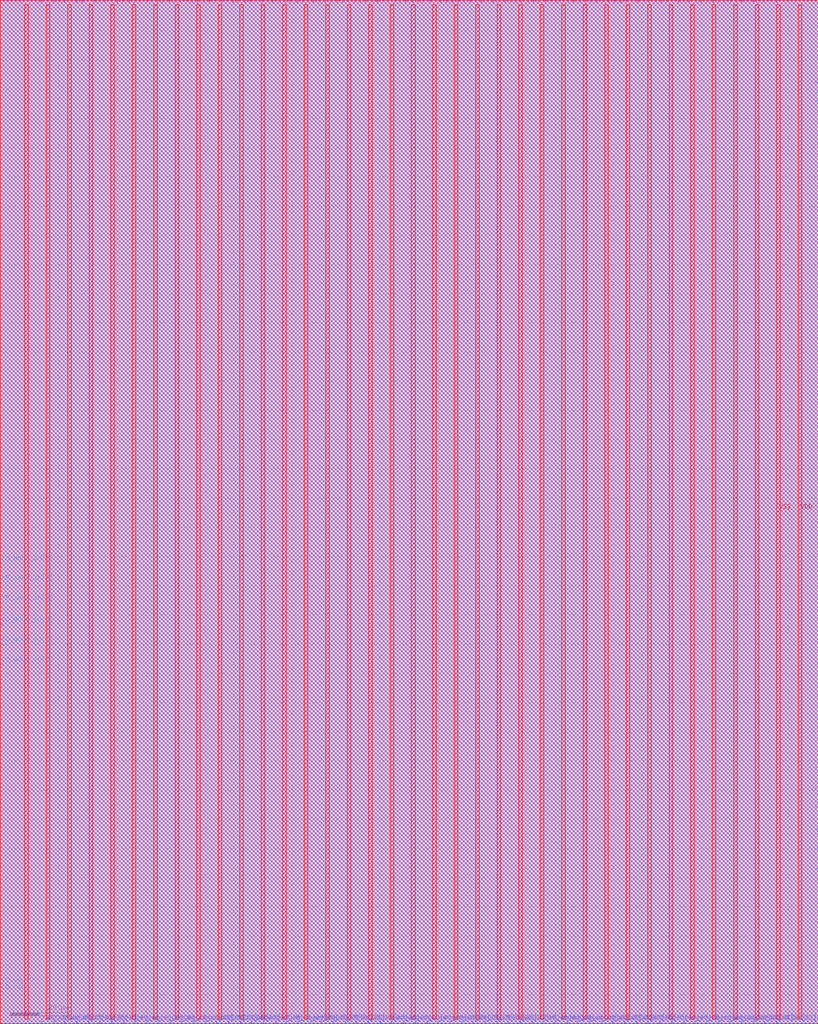
<source format=lef>
# Generated by OpenFakeRAM
VERSION 5.7 ;
BUSBITCHARS "[]" ;
PROPERTYDEFINITIONS
  MACRO width INTEGER ;
  MACRO depth INTEGER ;
  MACRO banks INTEGER ;
END PROPERTYDEFINITIONS
MACRO fakeram_1rw1r_64w64d_sram
  PROPERTY width 64 ;
  PROPERTY depth 64 ;
  PROPERTY banks 1 ;
  FOREIGN fakeram_1rw1r_64w64d_sram 0 0 ;
  SYMMETRY X Y R90 ;
  SIZE 280.140 BY 350.600 ;
  CLASS BLOCK ;
  PIN r0_clk
    DIRECTION INPUT ;
    USE SIGNAL ;
    SHAPE ABUTMENT ;
    PORT
      LAYER met3 ;
      RECT 0.000 10.730 0.800 11.030 ;
    END
  END r0_clk
  PIN r0_ce_in
    DIRECTION INPUT ;
    USE SIGNAL ;
    SHAPE ABUTMENT ;
    PORT
      LAYER met3 ;
      RECT 0.000 13.450 0.800 13.750 ;
    END
  END r0_ce_in
  PIN r0_addr_in[0]
    DIRECTION INPUT ;
    USE SIGNAL ;
    SHAPE ABUTMENT ;
    PORT
      LAYER met3 ;
      RECT 0.000 122.930 0.800 123.230 ;
    END
  END r0_addr_in[0]
  PIN r0_addr_in[1]
    DIRECTION INPUT ;
    USE SIGNAL ;
    SHAPE ABUTMENT ;
    PORT
      LAYER met3 ;
      RECT 0.000 129.730 0.800 130.030 ;
    END
  END r0_addr_in[1]
  PIN r0_addr_in[2]
    DIRECTION INPUT ;
    USE SIGNAL ;
    SHAPE ABUTMENT ;
    PORT
      LAYER met3 ;
      RECT 0.000 136.530 0.800 136.830 ;
    END
  END r0_addr_in[2]
  PIN r0_addr_in[3]
    DIRECTION INPUT ;
    USE SIGNAL ;
    SHAPE ABUTMENT ;
    PORT
      LAYER met3 ;
      RECT 0.000 144.010 0.800 144.310 ;
    END
  END r0_addr_in[3]
  PIN r0_addr_in[4]
    DIRECTION INPUT ;
    USE SIGNAL ;
    SHAPE ABUTMENT ;
    PORT
      LAYER met3 ;
      RECT 0.000 150.810 0.800 151.110 ;
    END
  END r0_addr_in[4]
  PIN r0_addr_in[5]
    DIRECTION INPUT ;
    USE SIGNAL ;
    SHAPE ABUTMENT ;
    PORT
      LAYER met3 ;
      RECT 0.000 157.610 0.800 157.910 ;
    END
  END r0_addr_in[5]
  PIN rw0_rd_out[0]
    DIRECTION OUTPUT ;
    USE SIGNAL ;
    SHAPE ABUTMENT ;
    PORT
      LAYER met2 ;
      RECT 14.110 349.800 14.410 350.600 ;
    END
  END rw0_rd_out[0]
  PIN r0_rd_out[0]
    DIRECTION OUTPUT ;
    USE SIGNAL ;
    SHAPE ABUTMENT ;
    PORT
      LAYER met2 ;
      RECT 15.950 349.800 16.250 350.600 ;
    END
  END r0_rd_out[0]
  PIN rw0_rd_out[1]
    DIRECTION OUTPUT ;
    USE SIGNAL ;
    SHAPE ABUTMENT ;
    PORT
      LAYER met2 ;
      RECT 18.250 349.800 18.550 350.600 ;
    END
  END rw0_rd_out[1]
  PIN r0_rd_out[1]
    DIRECTION OUTPUT ;
    USE SIGNAL ;
    SHAPE ABUTMENT ;
    PORT
      LAYER met2 ;
      RECT 20.090 349.800 20.390 350.600 ;
    END
  END r0_rd_out[1]
  PIN rw0_rd_out[2]
    DIRECTION OUTPUT ;
    USE SIGNAL ;
    SHAPE ABUTMENT ;
    PORT
      LAYER met2 ;
      RECT 21.930 349.800 22.230 350.600 ;
    END
  END rw0_rd_out[2]
  PIN r0_rd_out[2]
    DIRECTION OUTPUT ;
    USE SIGNAL ;
    SHAPE ABUTMENT ;
    PORT
      LAYER met2 ;
      RECT 24.230 349.800 24.530 350.600 ;
    END
  END r0_rd_out[2]
  PIN rw0_rd_out[3]
    DIRECTION OUTPUT ;
    USE SIGNAL ;
    SHAPE ABUTMENT ;
    PORT
      LAYER met2 ;
      RECT 26.070 349.800 26.370 350.600 ;
    END
  END rw0_rd_out[3]
  PIN r0_rd_out[3]
    DIRECTION OUTPUT ;
    USE SIGNAL ;
    SHAPE ABUTMENT ;
    PORT
      LAYER met2 ;
      RECT 27.910 349.800 28.210 350.600 ;
    END
  END r0_rd_out[3]
  PIN rw0_rd_out[4]
    DIRECTION OUTPUT ;
    USE SIGNAL ;
    SHAPE ABUTMENT ;
    PORT
      LAYER met2 ;
      RECT 29.750 349.800 30.050 350.600 ;
    END
  END rw0_rd_out[4]
  PIN r0_rd_out[4]
    DIRECTION OUTPUT ;
    USE SIGNAL ;
    SHAPE ABUTMENT ;
    PORT
      LAYER met2 ;
      RECT 32.050 349.800 32.350 350.600 ;
    END
  END r0_rd_out[4]
  PIN rw0_rd_out[5]
    DIRECTION OUTPUT ;
    USE SIGNAL ;
    SHAPE ABUTMENT ;
    PORT
      LAYER met2 ;
      RECT 33.890 349.800 34.190 350.600 ;
    END
  END rw0_rd_out[5]
  PIN r0_rd_out[5]
    DIRECTION OUTPUT ;
    USE SIGNAL ;
    SHAPE ABUTMENT ;
    PORT
      LAYER met2 ;
      RECT 35.730 349.800 36.030 350.600 ;
    END
  END r0_rd_out[5]
  PIN rw0_rd_out[6]
    DIRECTION OUTPUT ;
    USE SIGNAL ;
    SHAPE ABUTMENT ;
    PORT
      LAYER met2 ;
      RECT 38.030 349.800 38.330 350.600 ;
    END
  END rw0_rd_out[6]
  PIN r0_rd_out[6]
    DIRECTION OUTPUT ;
    USE SIGNAL ;
    SHAPE ABUTMENT ;
    PORT
      LAYER met2 ;
      RECT 39.870 349.800 40.170 350.600 ;
    END
  END r0_rd_out[6]
  PIN rw0_rd_out[7]
    DIRECTION OUTPUT ;
    USE SIGNAL ;
    SHAPE ABUTMENT ;
    PORT
      LAYER met2 ;
      RECT 41.710 349.800 42.010 350.600 ;
    END
  END rw0_rd_out[7]
  PIN r0_rd_out[7]
    DIRECTION OUTPUT ;
    USE SIGNAL ;
    SHAPE ABUTMENT ;
    PORT
      LAYER met2 ;
      RECT 44.010 349.800 44.310 350.600 ;
    END
  END r0_rd_out[7]
  PIN rw0_rd_out[8]
    DIRECTION OUTPUT ;
    USE SIGNAL ;
    SHAPE ABUTMENT ;
    PORT
      LAYER met2 ;
      RECT 45.850 349.800 46.150 350.600 ;
    END
  END rw0_rd_out[8]
  PIN r0_rd_out[8]
    DIRECTION OUTPUT ;
    USE SIGNAL ;
    SHAPE ABUTMENT ;
    PORT
      LAYER met2 ;
      RECT 47.690 349.800 47.990 350.600 ;
    END
  END r0_rd_out[8]
  PIN rw0_rd_out[9]
    DIRECTION OUTPUT ;
    USE SIGNAL ;
    SHAPE ABUTMENT ;
    PORT
      LAYER met2 ;
      RECT 49.990 349.800 50.290 350.600 ;
    END
  END rw0_rd_out[9]
  PIN r0_rd_out[9]
    DIRECTION OUTPUT ;
    USE SIGNAL ;
    SHAPE ABUTMENT ;
    PORT
      LAYER met2 ;
      RECT 51.830 349.800 52.130 350.600 ;
    END
  END r0_rd_out[9]
  PIN rw0_rd_out[10]
    DIRECTION OUTPUT ;
    USE SIGNAL ;
    SHAPE ABUTMENT ;
    PORT
      LAYER met2 ;
      RECT 53.670 349.800 53.970 350.600 ;
    END
  END rw0_rd_out[10]
  PIN r0_rd_out[10]
    DIRECTION OUTPUT ;
    USE SIGNAL ;
    SHAPE ABUTMENT ;
    PORT
      LAYER met2 ;
      RECT 55.510 349.800 55.810 350.600 ;
    END
  END r0_rd_out[10]
  PIN rw0_rd_out[11]
    DIRECTION OUTPUT ;
    USE SIGNAL ;
    SHAPE ABUTMENT ;
    PORT
      LAYER met2 ;
      RECT 57.810 349.800 58.110 350.600 ;
    END
  END rw0_rd_out[11]
  PIN r0_rd_out[11]
    DIRECTION OUTPUT ;
    USE SIGNAL ;
    SHAPE ABUTMENT ;
    PORT
      LAYER met2 ;
      RECT 59.650 349.800 59.950 350.600 ;
    END
  END r0_rd_out[11]
  PIN rw0_rd_out[12]
    DIRECTION OUTPUT ;
    USE SIGNAL ;
    SHAPE ABUTMENT ;
    PORT
      LAYER met2 ;
      RECT 61.490 349.800 61.790 350.600 ;
    END
  END rw0_rd_out[12]
  PIN r0_rd_out[12]
    DIRECTION OUTPUT ;
    USE SIGNAL ;
    SHAPE ABUTMENT ;
    PORT
      LAYER met2 ;
      RECT 63.790 349.800 64.090 350.600 ;
    END
  END r0_rd_out[12]
  PIN rw0_rd_out[13]
    DIRECTION OUTPUT ;
    USE SIGNAL ;
    SHAPE ABUTMENT ;
    PORT
      LAYER met2 ;
      RECT 65.630 349.800 65.930 350.600 ;
    END
  END rw0_rd_out[13]
  PIN r0_rd_out[13]
    DIRECTION OUTPUT ;
    USE SIGNAL ;
    SHAPE ABUTMENT ;
    PORT
      LAYER met2 ;
      RECT 67.470 349.800 67.770 350.600 ;
    END
  END r0_rd_out[13]
  PIN rw0_rd_out[14]
    DIRECTION OUTPUT ;
    USE SIGNAL ;
    SHAPE ABUTMENT ;
    PORT
      LAYER met2 ;
      RECT 69.770 349.800 70.070 350.600 ;
    END
  END rw0_rd_out[14]
  PIN r0_rd_out[14]
    DIRECTION OUTPUT ;
    USE SIGNAL ;
    SHAPE ABUTMENT ;
    PORT
      LAYER met2 ;
      RECT 71.610 349.800 71.910 350.600 ;
    END
  END r0_rd_out[14]
  PIN rw0_rd_out[15]
    DIRECTION OUTPUT ;
    USE SIGNAL ;
    SHAPE ABUTMENT ;
    PORT
      LAYER met2 ;
      RECT 73.450 349.800 73.750 350.600 ;
    END
  END rw0_rd_out[15]
  PIN r0_rd_out[15]
    DIRECTION OUTPUT ;
    USE SIGNAL ;
    SHAPE ABUTMENT ;
    PORT
      LAYER met2 ;
      RECT 75.750 349.800 76.050 350.600 ;
    END
  END r0_rd_out[15]
  PIN rw0_rd_out[16]
    DIRECTION OUTPUT ;
    USE SIGNAL ;
    SHAPE ABUTMENT ;
    PORT
      LAYER met2 ;
      RECT 77.590 349.800 77.890 350.600 ;
    END
  END rw0_rd_out[16]
  PIN r0_rd_out[16]
    DIRECTION OUTPUT ;
    USE SIGNAL ;
    SHAPE ABUTMENT ;
    PORT
      LAYER met2 ;
      RECT 79.430 349.800 79.730 350.600 ;
    END
  END r0_rd_out[16]
  PIN rw0_rd_out[17]
    DIRECTION OUTPUT ;
    USE SIGNAL ;
    SHAPE ABUTMENT ;
    PORT
      LAYER met2 ;
      RECT 81.270 349.800 81.570 350.600 ;
    END
  END rw0_rd_out[17]
  PIN r0_rd_out[17]
    DIRECTION OUTPUT ;
    USE SIGNAL ;
    SHAPE ABUTMENT ;
    PORT
      LAYER met2 ;
      RECT 83.570 349.800 83.870 350.600 ;
    END
  END r0_rd_out[17]
  PIN rw0_rd_out[18]
    DIRECTION OUTPUT ;
    USE SIGNAL ;
    SHAPE ABUTMENT ;
    PORT
      LAYER met2 ;
      RECT 85.410 349.800 85.710 350.600 ;
    END
  END rw0_rd_out[18]
  PIN r0_rd_out[18]
    DIRECTION OUTPUT ;
    USE SIGNAL ;
    SHAPE ABUTMENT ;
    PORT
      LAYER met2 ;
      RECT 87.250 349.800 87.550 350.600 ;
    END
  END r0_rd_out[18]
  PIN rw0_rd_out[19]
    DIRECTION OUTPUT ;
    USE SIGNAL ;
    SHAPE ABUTMENT ;
    PORT
      LAYER met2 ;
      RECT 89.550 349.800 89.850 350.600 ;
    END
  END rw0_rd_out[19]
  PIN r0_rd_out[19]
    DIRECTION OUTPUT ;
    USE SIGNAL ;
    SHAPE ABUTMENT ;
    PORT
      LAYER met2 ;
      RECT 91.390 349.800 91.690 350.600 ;
    END
  END r0_rd_out[19]
  PIN rw0_rd_out[20]
    DIRECTION OUTPUT ;
    USE SIGNAL ;
    SHAPE ABUTMENT ;
    PORT
      LAYER met2 ;
      RECT 93.230 349.800 93.530 350.600 ;
    END
  END rw0_rd_out[20]
  PIN r0_rd_out[20]
    DIRECTION OUTPUT ;
    USE SIGNAL ;
    SHAPE ABUTMENT ;
    PORT
      LAYER met2 ;
      RECT 95.530 349.800 95.830 350.600 ;
    END
  END r0_rd_out[20]
  PIN rw0_rd_out[21]
    DIRECTION OUTPUT ;
    USE SIGNAL ;
    SHAPE ABUTMENT ;
    PORT
      LAYER met2 ;
      RECT 97.370 349.800 97.670 350.600 ;
    END
  END rw0_rd_out[21]
  PIN r0_rd_out[21]
    DIRECTION OUTPUT ;
    USE SIGNAL ;
    SHAPE ABUTMENT ;
    PORT
      LAYER met2 ;
      RECT 99.210 349.800 99.510 350.600 ;
    END
  END r0_rd_out[21]
  PIN rw0_rd_out[22]
    DIRECTION OUTPUT ;
    USE SIGNAL ;
    SHAPE ABUTMENT ;
    PORT
      LAYER met2 ;
      RECT 101.510 349.800 101.810 350.600 ;
    END
  END rw0_rd_out[22]
  PIN r0_rd_out[22]
    DIRECTION OUTPUT ;
    USE SIGNAL ;
    SHAPE ABUTMENT ;
    PORT
      LAYER met2 ;
      RECT 103.350 349.800 103.650 350.600 ;
    END
  END r0_rd_out[22]
  PIN rw0_rd_out[23]
    DIRECTION OUTPUT ;
    USE SIGNAL ;
    SHAPE ABUTMENT ;
    PORT
      LAYER met2 ;
      RECT 105.190 349.800 105.490 350.600 ;
    END
  END rw0_rd_out[23]
  PIN r0_rd_out[23]
    DIRECTION OUTPUT ;
    USE SIGNAL ;
    SHAPE ABUTMENT ;
    PORT
      LAYER met2 ;
      RECT 107.030 349.800 107.330 350.600 ;
    END
  END r0_rd_out[23]
  PIN rw0_rd_out[24]
    DIRECTION OUTPUT ;
    USE SIGNAL ;
    SHAPE ABUTMENT ;
    PORT
      LAYER met2 ;
      RECT 109.330 349.800 109.630 350.600 ;
    END
  END rw0_rd_out[24]
  PIN r0_rd_out[24]
    DIRECTION OUTPUT ;
    USE SIGNAL ;
    SHAPE ABUTMENT ;
    PORT
      LAYER met2 ;
      RECT 111.170 349.800 111.470 350.600 ;
    END
  END r0_rd_out[24]
  PIN rw0_rd_out[25]
    DIRECTION OUTPUT ;
    USE SIGNAL ;
    SHAPE ABUTMENT ;
    PORT
      LAYER met2 ;
      RECT 113.010 349.800 113.310 350.600 ;
    END
  END rw0_rd_out[25]
  PIN r0_rd_out[25]
    DIRECTION OUTPUT ;
    USE SIGNAL ;
    SHAPE ABUTMENT ;
    PORT
      LAYER met2 ;
      RECT 115.310 349.800 115.610 350.600 ;
    END
  END r0_rd_out[25]
  PIN rw0_rd_out[26]
    DIRECTION OUTPUT ;
    USE SIGNAL ;
    SHAPE ABUTMENT ;
    PORT
      LAYER met2 ;
      RECT 117.150 349.800 117.450 350.600 ;
    END
  END rw0_rd_out[26]
  PIN r0_rd_out[26]
    DIRECTION OUTPUT ;
    USE SIGNAL ;
    SHAPE ABUTMENT ;
    PORT
      LAYER met2 ;
      RECT 118.990 349.800 119.290 350.600 ;
    END
  END r0_rd_out[26]
  PIN rw0_rd_out[27]
    DIRECTION OUTPUT ;
    USE SIGNAL ;
    SHAPE ABUTMENT ;
    PORT
      LAYER met2 ;
      RECT 121.290 349.800 121.590 350.600 ;
    END
  END rw0_rd_out[27]
  PIN r0_rd_out[27]
    DIRECTION OUTPUT ;
    USE SIGNAL ;
    SHAPE ABUTMENT ;
    PORT
      LAYER met2 ;
      RECT 123.130 349.800 123.430 350.600 ;
    END
  END r0_rd_out[27]
  PIN rw0_rd_out[28]
    DIRECTION OUTPUT ;
    USE SIGNAL ;
    SHAPE ABUTMENT ;
    PORT
      LAYER met2 ;
      RECT 124.970 349.800 125.270 350.600 ;
    END
  END rw0_rd_out[28]
  PIN r0_rd_out[28]
    DIRECTION OUTPUT ;
    USE SIGNAL ;
    SHAPE ABUTMENT ;
    PORT
      LAYER met2 ;
      RECT 127.270 349.800 127.570 350.600 ;
    END
  END r0_rd_out[28]
  PIN rw0_rd_out[29]
    DIRECTION OUTPUT ;
    USE SIGNAL ;
    SHAPE ABUTMENT ;
    PORT
      LAYER met2 ;
      RECT 129.110 349.800 129.410 350.600 ;
    END
  END rw0_rd_out[29]
  PIN r0_rd_out[29]
    DIRECTION OUTPUT ;
    USE SIGNAL ;
    SHAPE ABUTMENT ;
    PORT
      LAYER met2 ;
      RECT 130.950 349.800 131.250 350.600 ;
    END
  END r0_rd_out[29]
  PIN rw0_rd_out[30]
    DIRECTION OUTPUT ;
    USE SIGNAL ;
    SHAPE ABUTMENT ;
    PORT
      LAYER met2 ;
      RECT 132.790 349.800 133.090 350.600 ;
    END
  END rw0_rd_out[30]
  PIN r0_rd_out[30]
    DIRECTION OUTPUT ;
    USE SIGNAL ;
    SHAPE ABUTMENT ;
    PORT
      LAYER met2 ;
      RECT 135.090 349.800 135.390 350.600 ;
    END
  END r0_rd_out[30]
  PIN rw0_rd_out[31]
    DIRECTION OUTPUT ;
    USE SIGNAL ;
    SHAPE ABUTMENT ;
    PORT
      LAYER met2 ;
      RECT 136.930 349.800 137.230 350.600 ;
    END
  END rw0_rd_out[31]
  PIN r0_rd_out[31]
    DIRECTION OUTPUT ;
    USE SIGNAL ;
    SHAPE ABUTMENT ;
    PORT
      LAYER met2 ;
      RECT 138.770 349.800 139.070 350.600 ;
    END
  END r0_rd_out[31]
  PIN rw0_rd_out[32]
    DIRECTION OUTPUT ;
    USE SIGNAL ;
    SHAPE ABUTMENT ;
    PORT
      LAYER met2 ;
      RECT 141.070 349.800 141.370 350.600 ;
    END
  END rw0_rd_out[32]
  PIN r0_rd_out[32]
    DIRECTION OUTPUT ;
    USE SIGNAL ;
    SHAPE ABUTMENT ;
    PORT
      LAYER met2 ;
      RECT 142.910 349.800 143.210 350.600 ;
    END
  END r0_rd_out[32]
  PIN rw0_rd_out[33]
    DIRECTION OUTPUT ;
    USE SIGNAL ;
    SHAPE ABUTMENT ;
    PORT
      LAYER met2 ;
      RECT 144.750 349.800 145.050 350.600 ;
    END
  END rw0_rd_out[33]
  PIN r0_rd_out[33]
    DIRECTION OUTPUT ;
    USE SIGNAL ;
    SHAPE ABUTMENT ;
    PORT
      LAYER met2 ;
      RECT 147.050 349.800 147.350 350.600 ;
    END
  END r0_rd_out[33]
  PIN rw0_rd_out[34]
    DIRECTION OUTPUT ;
    USE SIGNAL ;
    SHAPE ABUTMENT ;
    PORT
      LAYER met2 ;
      RECT 148.890 349.800 149.190 350.600 ;
    END
  END rw0_rd_out[34]
  PIN r0_rd_out[34]
    DIRECTION OUTPUT ;
    USE SIGNAL ;
    SHAPE ABUTMENT ;
    PORT
      LAYER met2 ;
      RECT 150.730 349.800 151.030 350.600 ;
    END
  END r0_rd_out[34]
  PIN rw0_rd_out[35]
    DIRECTION OUTPUT ;
    USE SIGNAL ;
    SHAPE ABUTMENT ;
    PORT
      LAYER met2 ;
      RECT 152.570 349.800 152.870 350.600 ;
    END
  END rw0_rd_out[35]
  PIN r0_rd_out[35]
    DIRECTION OUTPUT ;
    USE SIGNAL ;
    SHAPE ABUTMENT ;
    PORT
      LAYER met2 ;
      RECT 154.870 349.800 155.170 350.600 ;
    END
  END r0_rd_out[35]
  PIN rw0_rd_out[36]
    DIRECTION OUTPUT ;
    USE SIGNAL ;
    SHAPE ABUTMENT ;
    PORT
      LAYER met2 ;
      RECT 156.710 349.800 157.010 350.600 ;
    END
  END rw0_rd_out[36]
  PIN r0_rd_out[36]
    DIRECTION OUTPUT ;
    USE SIGNAL ;
    SHAPE ABUTMENT ;
    PORT
      LAYER met2 ;
      RECT 158.550 349.800 158.850 350.600 ;
    END
  END r0_rd_out[36]
  PIN rw0_rd_out[37]
    DIRECTION OUTPUT ;
    USE SIGNAL ;
    SHAPE ABUTMENT ;
    PORT
      LAYER met2 ;
      RECT 160.850 349.800 161.150 350.600 ;
    END
  END rw0_rd_out[37]
  PIN r0_rd_out[37]
    DIRECTION OUTPUT ;
    USE SIGNAL ;
    SHAPE ABUTMENT ;
    PORT
      LAYER met2 ;
      RECT 162.690 349.800 162.990 350.600 ;
    END
  END r0_rd_out[37]
  PIN rw0_rd_out[38]
    DIRECTION OUTPUT ;
    USE SIGNAL ;
    SHAPE ABUTMENT ;
    PORT
      LAYER met2 ;
      RECT 164.530 349.800 164.830 350.600 ;
    END
  END rw0_rd_out[38]
  PIN r0_rd_out[38]
    DIRECTION OUTPUT ;
    USE SIGNAL ;
    SHAPE ABUTMENT ;
    PORT
      LAYER met2 ;
      RECT 166.830 349.800 167.130 350.600 ;
    END
  END r0_rd_out[38]
  PIN rw0_rd_out[39]
    DIRECTION OUTPUT ;
    USE SIGNAL ;
    SHAPE ABUTMENT ;
    PORT
      LAYER met2 ;
      RECT 168.670 349.800 168.970 350.600 ;
    END
  END rw0_rd_out[39]
  PIN r0_rd_out[39]
    DIRECTION OUTPUT ;
    USE SIGNAL ;
    SHAPE ABUTMENT ;
    PORT
      LAYER met2 ;
      RECT 170.510 349.800 170.810 350.600 ;
    END
  END r0_rd_out[39]
  PIN rw0_rd_out[40]
    DIRECTION OUTPUT ;
    USE SIGNAL ;
    SHAPE ABUTMENT ;
    PORT
      LAYER met2 ;
      RECT 172.810 349.800 173.110 350.600 ;
    END
  END rw0_rd_out[40]
  PIN r0_rd_out[40]
    DIRECTION OUTPUT ;
    USE SIGNAL ;
    SHAPE ABUTMENT ;
    PORT
      LAYER met2 ;
      RECT 174.650 349.800 174.950 350.600 ;
    END
  END r0_rd_out[40]
  PIN rw0_rd_out[41]
    DIRECTION OUTPUT ;
    USE SIGNAL ;
    SHAPE ABUTMENT ;
    PORT
      LAYER met2 ;
      RECT 176.490 349.800 176.790 350.600 ;
    END
  END rw0_rd_out[41]
  PIN r0_rd_out[41]
    DIRECTION OUTPUT ;
    USE SIGNAL ;
    SHAPE ABUTMENT ;
    PORT
      LAYER met2 ;
      RECT 178.330 349.800 178.630 350.600 ;
    END
  END r0_rd_out[41]
  PIN rw0_rd_out[42]
    DIRECTION OUTPUT ;
    USE SIGNAL ;
    SHAPE ABUTMENT ;
    PORT
      LAYER met2 ;
      RECT 180.630 349.800 180.930 350.600 ;
    END
  END rw0_rd_out[42]
  PIN r0_rd_out[42]
    DIRECTION OUTPUT ;
    USE SIGNAL ;
    SHAPE ABUTMENT ;
    PORT
      LAYER met2 ;
      RECT 182.470 349.800 182.770 350.600 ;
    END
  END r0_rd_out[42]
  PIN rw0_rd_out[43]
    DIRECTION OUTPUT ;
    USE SIGNAL ;
    SHAPE ABUTMENT ;
    PORT
      LAYER met2 ;
      RECT 184.310 349.800 184.610 350.600 ;
    END
  END rw0_rd_out[43]
  PIN r0_rd_out[43]
    DIRECTION OUTPUT ;
    USE SIGNAL ;
    SHAPE ABUTMENT ;
    PORT
      LAYER met2 ;
      RECT 186.610 349.800 186.910 350.600 ;
    END
  END r0_rd_out[43]
  PIN rw0_rd_out[44]
    DIRECTION OUTPUT ;
    USE SIGNAL ;
    SHAPE ABUTMENT ;
    PORT
      LAYER met2 ;
      RECT 188.450 349.800 188.750 350.600 ;
    END
  END rw0_rd_out[44]
  PIN r0_rd_out[44]
    DIRECTION OUTPUT ;
    USE SIGNAL ;
    SHAPE ABUTMENT ;
    PORT
      LAYER met2 ;
      RECT 190.290 349.800 190.590 350.600 ;
    END
  END r0_rd_out[44]
  PIN rw0_rd_out[45]
    DIRECTION OUTPUT ;
    USE SIGNAL ;
    SHAPE ABUTMENT ;
    PORT
      LAYER met2 ;
      RECT 192.590 349.800 192.890 350.600 ;
    END
  END rw0_rd_out[45]
  PIN r0_rd_out[45]
    DIRECTION OUTPUT ;
    USE SIGNAL ;
    SHAPE ABUTMENT ;
    PORT
      LAYER met2 ;
      RECT 194.430 349.800 194.730 350.600 ;
    END
  END r0_rd_out[45]
  PIN rw0_rd_out[46]
    DIRECTION OUTPUT ;
    USE SIGNAL ;
    SHAPE ABUTMENT ;
    PORT
      LAYER met2 ;
      RECT 196.270 349.800 196.570 350.600 ;
    END
  END rw0_rd_out[46]
  PIN r0_rd_out[46]
    DIRECTION OUTPUT ;
    USE SIGNAL ;
    SHAPE ABUTMENT ;
    PORT
      LAYER met2 ;
      RECT 198.570 349.800 198.870 350.600 ;
    END
  END r0_rd_out[46]
  PIN rw0_rd_out[47]
    DIRECTION OUTPUT ;
    USE SIGNAL ;
    SHAPE ABUTMENT ;
    PORT
      LAYER met2 ;
      RECT 200.410 349.800 200.710 350.600 ;
    END
  END rw0_rd_out[47]
  PIN r0_rd_out[47]
    DIRECTION OUTPUT ;
    USE SIGNAL ;
    SHAPE ABUTMENT ;
    PORT
      LAYER met2 ;
      RECT 202.250 349.800 202.550 350.600 ;
    END
  END r0_rd_out[47]
  PIN rw0_rd_out[48]
    DIRECTION OUTPUT ;
    USE SIGNAL ;
    SHAPE ABUTMENT ;
    PORT
      LAYER met2 ;
      RECT 204.090 349.800 204.390 350.600 ;
    END
  END rw0_rd_out[48]
  PIN r0_rd_out[48]
    DIRECTION OUTPUT ;
    USE SIGNAL ;
    SHAPE ABUTMENT ;
    PORT
      LAYER met2 ;
      RECT 206.390 349.800 206.690 350.600 ;
    END
  END r0_rd_out[48]
  PIN rw0_rd_out[49]
    DIRECTION OUTPUT ;
    USE SIGNAL ;
    SHAPE ABUTMENT ;
    PORT
      LAYER met2 ;
      RECT 208.230 349.800 208.530 350.600 ;
    END
  END rw0_rd_out[49]
  PIN r0_rd_out[49]
    DIRECTION OUTPUT ;
    USE SIGNAL ;
    SHAPE ABUTMENT ;
    PORT
      LAYER met2 ;
      RECT 210.070 349.800 210.370 350.600 ;
    END
  END r0_rd_out[49]
  PIN rw0_rd_out[50]
    DIRECTION OUTPUT ;
    USE SIGNAL ;
    SHAPE ABUTMENT ;
    PORT
      LAYER met2 ;
      RECT 212.370 349.800 212.670 350.600 ;
    END
  END rw0_rd_out[50]
  PIN r0_rd_out[50]
    DIRECTION OUTPUT ;
    USE SIGNAL ;
    SHAPE ABUTMENT ;
    PORT
      LAYER met2 ;
      RECT 214.210 349.800 214.510 350.600 ;
    END
  END r0_rd_out[50]
  PIN rw0_rd_out[51]
    DIRECTION OUTPUT ;
    USE SIGNAL ;
    SHAPE ABUTMENT ;
    PORT
      LAYER met2 ;
      RECT 216.050 349.800 216.350 350.600 ;
    END
  END rw0_rd_out[51]
  PIN r0_rd_out[51]
    DIRECTION OUTPUT ;
    USE SIGNAL ;
    SHAPE ABUTMENT ;
    PORT
      LAYER met2 ;
      RECT 218.350 349.800 218.650 350.600 ;
    END
  END r0_rd_out[51]
  PIN rw0_rd_out[52]
    DIRECTION OUTPUT ;
    USE SIGNAL ;
    SHAPE ABUTMENT ;
    PORT
      LAYER met2 ;
      RECT 220.190 349.800 220.490 350.600 ;
    END
  END rw0_rd_out[52]
  PIN r0_rd_out[52]
    DIRECTION OUTPUT ;
    USE SIGNAL ;
    SHAPE ABUTMENT ;
    PORT
      LAYER met2 ;
      RECT 222.030 349.800 222.330 350.600 ;
    END
  END r0_rd_out[52]
  PIN rw0_rd_out[53]
    DIRECTION OUTPUT ;
    USE SIGNAL ;
    SHAPE ABUTMENT ;
    PORT
      LAYER met2 ;
      RECT 224.330 349.800 224.630 350.600 ;
    END
  END rw0_rd_out[53]
  PIN r0_rd_out[53]
    DIRECTION OUTPUT ;
    USE SIGNAL ;
    SHAPE ABUTMENT ;
    PORT
      LAYER met2 ;
      RECT 226.170 349.800 226.470 350.600 ;
    END
  END r0_rd_out[53]
  PIN rw0_rd_out[54]
    DIRECTION OUTPUT ;
    USE SIGNAL ;
    SHAPE ABUTMENT ;
    PORT
      LAYER met2 ;
      RECT 228.010 349.800 228.310 350.600 ;
    END
  END rw0_rd_out[54]
  PIN r0_rd_out[54]
    DIRECTION OUTPUT ;
    USE SIGNAL ;
    SHAPE ABUTMENT ;
    PORT
      LAYER met2 ;
      RECT 229.850 349.800 230.150 350.600 ;
    END
  END r0_rd_out[54]
  PIN rw0_rd_out[55]
    DIRECTION OUTPUT ;
    USE SIGNAL ;
    SHAPE ABUTMENT ;
    PORT
      LAYER met2 ;
      RECT 232.150 349.800 232.450 350.600 ;
    END
  END rw0_rd_out[55]
  PIN r0_rd_out[55]
    DIRECTION OUTPUT ;
    USE SIGNAL ;
    SHAPE ABUTMENT ;
    PORT
      LAYER met2 ;
      RECT 233.990 349.800 234.290 350.600 ;
    END
  END r0_rd_out[55]
  PIN rw0_rd_out[56]
    DIRECTION OUTPUT ;
    USE SIGNAL ;
    SHAPE ABUTMENT ;
    PORT
      LAYER met2 ;
      RECT 235.830 349.800 236.130 350.600 ;
    END
  END rw0_rd_out[56]
  PIN r0_rd_out[56]
    DIRECTION OUTPUT ;
    USE SIGNAL ;
    SHAPE ABUTMENT ;
    PORT
      LAYER met2 ;
      RECT 238.130 349.800 238.430 350.600 ;
    END
  END r0_rd_out[56]
  PIN rw0_rd_out[57]
    DIRECTION OUTPUT ;
    USE SIGNAL ;
    SHAPE ABUTMENT ;
    PORT
      LAYER met2 ;
      RECT 239.970 349.800 240.270 350.600 ;
    END
  END rw0_rd_out[57]
  PIN r0_rd_out[57]
    DIRECTION OUTPUT ;
    USE SIGNAL ;
    SHAPE ABUTMENT ;
    PORT
      LAYER met2 ;
      RECT 241.810 349.800 242.110 350.600 ;
    END
  END r0_rd_out[57]
  PIN rw0_rd_out[58]
    DIRECTION OUTPUT ;
    USE SIGNAL ;
    SHAPE ABUTMENT ;
    PORT
      LAYER met2 ;
      RECT 244.110 349.800 244.410 350.600 ;
    END
  END rw0_rd_out[58]
  PIN r0_rd_out[58]
    DIRECTION OUTPUT ;
    USE SIGNAL ;
    SHAPE ABUTMENT ;
    PORT
      LAYER met2 ;
      RECT 245.950 349.800 246.250 350.600 ;
    END
  END r0_rd_out[58]
  PIN rw0_rd_out[59]
    DIRECTION OUTPUT ;
    USE SIGNAL ;
    SHAPE ABUTMENT ;
    PORT
      LAYER met2 ;
      RECT 247.790 349.800 248.090 350.600 ;
    END
  END rw0_rd_out[59]
  PIN r0_rd_out[59]
    DIRECTION OUTPUT ;
    USE SIGNAL ;
    SHAPE ABUTMENT ;
    PORT
      LAYER met2 ;
      RECT 250.090 349.800 250.390 350.600 ;
    END
  END r0_rd_out[59]
  PIN rw0_rd_out[60]
    DIRECTION OUTPUT ;
    USE SIGNAL ;
    SHAPE ABUTMENT ;
    PORT
      LAYER met2 ;
      RECT 251.930 349.800 252.230 350.600 ;
    END
  END rw0_rd_out[60]
  PIN r0_rd_out[60]
    DIRECTION OUTPUT ;
    USE SIGNAL ;
    SHAPE ABUTMENT ;
    PORT
      LAYER met2 ;
      RECT 253.770 349.800 254.070 350.600 ;
    END
  END r0_rd_out[60]
  PIN rw0_rd_out[61]
    DIRECTION OUTPUT ;
    USE SIGNAL ;
    SHAPE ABUTMENT ;
    PORT
      LAYER met2 ;
      RECT 255.610 349.800 255.910 350.600 ;
    END
  END rw0_rd_out[61]
  PIN r0_rd_out[61]
    DIRECTION OUTPUT ;
    USE SIGNAL ;
    SHAPE ABUTMENT ;
    PORT
      LAYER met2 ;
      RECT 257.910 349.800 258.210 350.600 ;
    END
  END r0_rd_out[61]
  PIN rw0_rd_out[62]
    DIRECTION OUTPUT ;
    USE SIGNAL ;
    SHAPE ABUTMENT ;
    PORT
      LAYER met2 ;
      RECT 259.750 349.800 260.050 350.600 ;
    END
  END rw0_rd_out[62]
  PIN r0_rd_out[62]
    DIRECTION OUTPUT ;
    USE SIGNAL ;
    SHAPE ABUTMENT ;
    PORT
      LAYER met2 ;
      RECT 261.590 349.800 261.890 350.600 ;
    END
  END r0_rd_out[62]
  PIN rw0_rd_out[63]
    DIRECTION OUTPUT ;
    USE SIGNAL ;
    SHAPE ABUTMENT ;
    PORT
      LAYER met2 ;
      RECT 263.890 349.800 264.190 350.600 ;
    END
  END rw0_rd_out[63]
  PIN r0_rd_out[63]
    DIRECTION OUTPUT ;
    USE SIGNAL ;
    SHAPE ABUTMENT ;
    PORT
      LAYER met2 ;
      RECT 265.730 349.800 266.030 350.600 ;
    END
  END r0_rd_out[63]
  PIN rw0_clk
    DIRECTION INPUT ;
    USE SIGNAL ;
    SHAPE ABUTMENT ;
    PORT
      LAYER met3 ;
      RECT 279.340 316.050 280.140 316.350 ;
    END
  END rw0_clk
  PIN rw0_ce_in
    DIRECTION INPUT ;
    USE SIGNAL ;
    SHAPE ABUTMENT ;
    PORT
      LAYER met3 ;
      RECT 279.340 318.770 280.140 319.070 ;
    END
  END rw0_ce_in
  PIN rw0_we_in
    DIRECTION INPUT ;
    USE SIGNAL ;
    SHAPE ABUTMENT ;
    PORT
      LAYER met3 ;
      RECT 279.340 322.170 280.140 322.470 ;
    END
  END rw0_we_in
  PIN rw0_addr_in[0]
    DIRECTION INPUT ;
    USE SIGNAL ;
    SHAPE ABUTMENT ;
    PORT
      LAYER met3 ;
      RECT 279.340 52.890 280.140 53.190 ;
    END
  END rw0_addr_in[0]
  PIN rw0_addr_in[1]
    DIRECTION INPUT ;
    USE SIGNAL ;
    SHAPE ABUTMENT ;
    PORT
      LAYER met3 ;
      RECT 279.340 59.690 280.140 59.990 ;
    END
  END rw0_addr_in[1]
  PIN rw0_addr_in[2]
    DIRECTION INPUT ;
    USE SIGNAL ;
    SHAPE ABUTMENT ;
    PORT
      LAYER met3 ;
      RECT 279.340 66.490 280.140 66.790 ;
    END
  END rw0_addr_in[2]
  PIN rw0_addr_in[3]
    DIRECTION INPUT ;
    USE SIGNAL ;
    SHAPE ABUTMENT ;
    PORT
      LAYER met3 ;
      RECT 279.340 73.970 280.140 74.270 ;
    END
  END rw0_addr_in[3]
  PIN rw0_addr_in[4]
    DIRECTION INPUT ;
    USE SIGNAL ;
    SHAPE ABUTMENT ;
    PORT
      LAYER met3 ;
      RECT 279.340 80.770 280.140 81.070 ;
    END
  END rw0_addr_in[4]
  PIN rw0_addr_in[5]
    DIRECTION INPUT ;
    USE SIGNAL ;
    SHAPE ABUTMENT ;
    PORT
      LAYER met3 ;
      RECT 279.340 87.570 280.140 87.870 ;
    END
  END rw0_addr_in[5]
  PIN rw0_wd_in[0]
    DIRECTION INPUT ;
    USE SIGNAL ;
    SHAPE ABUTMENT ;
    PORT
      LAYER met2 ;
      RECT 14.110 0.000 14.410 0.800 ;
    END
  END rw0_wd_in[0]
  PIN rw0_wd_in[1]
    DIRECTION INPUT ;
    USE SIGNAL ;
    SHAPE ABUTMENT ;
    PORT
      LAYER met2 ;
      RECT 18.250 0.000 18.550 0.800 ;
    END
  END rw0_wd_in[1]
  PIN rw0_wd_in[2]
    DIRECTION INPUT ;
    USE SIGNAL ;
    SHAPE ABUTMENT ;
    PORT
      LAYER met2 ;
      RECT 21.930 0.000 22.230 0.800 ;
    END
  END rw0_wd_in[2]
  PIN rw0_wd_in[3]
    DIRECTION INPUT ;
    USE SIGNAL ;
    SHAPE ABUTMENT ;
    PORT
      LAYER met2 ;
      RECT 26.070 0.000 26.370 0.800 ;
    END
  END rw0_wd_in[3]
  PIN rw0_wd_in[4]
    DIRECTION INPUT ;
    USE SIGNAL ;
    SHAPE ABUTMENT ;
    PORT
      LAYER met2 ;
      RECT 30.210 0.000 30.510 0.800 ;
    END
  END rw0_wd_in[4]
  PIN rw0_wd_in[5]
    DIRECTION INPUT ;
    USE SIGNAL ;
    SHAPE ABUTMENT ;
    PORT
      LAYER met2 ;
      RECT 33.890 0.000 34.190 0.800 ;
    END
  END rw0_wd_in[5]
  PIN rw0_wd_in[6]
    DIRECTION INPUT ;
    USE SIGNAL ;
    SHAPE ABUTMENT ;
    PORT
      LAYER met2 ;
      RECT 38.030 0.000 38.330 0.800 ;
    END
  END rw0_wd_in[6]
  PIN rw0_wd_in[7]
    DIRECTION INPUT ;
    USE SIGNAL ;
    SHAPE ABUTMENT ;
    PORT
      LAYER met2 ;
      RECT 42.170 0.000 42.470 0.800 ;
    END
  END rw0_wd_in[7]
  PIN rw0_wd_in[8]
    DIRECTION INPUT ;
    USE SIGNAL ;
    SHAPE ABUTMENT ;
    PORT
      LAYER met2 ;
      RECT 45.850 0.000 46.150 0.800 ;
    END
  END rw0_wd_in[8]
  PIN rw0_wd_in[9]
    DIRECTION INPUT ;
    USE SIGNAL ;
    SHAPE ABUTMENT ;
    PORT
      LAYER met2 ;
      RECT 49.990 0.000 50.290 0.800 ;
    END
  END rw0_wd_in[9]
  PIN rw0_wd_in[10]
    DIRECTION INPUT ;
    USE SIGNAL ;
    SHAPE ABUTMENT ;
    PORT
      LAYER met2 ;
      RECT 54.130 0.000 54.430 0.800 ;
    END
  END rw0_wd_in[10]
  PIN rw0_wd_in[11]
    DIRECTION INPUT ;
    USE SIGNAL ;
    SHAPE ABUTMENT ;
    PORT
      LAYER met2 ;
      RECT 58.270 0.000 58.570 0.800 ;
    END
  END rw0_wd_in[11]
  PIN rw0_wd_in[12]
    DIRECTION INPUT ;
    USE SIGNAL ;
    SHAPE ABUTMENT ;
    PORT
      LAYER met2 ;
      RECT 61.950 0.000 62.250 0.800 ;
    END
  END rw0_wd_in[12]
  PIN rw0_wd_in[13]
    DIRECTION INPUT ;
    USE SIGNAL ;
    SHAPE ABUTMENT ;
    PORT
      LAYER met2 ;
      RECT 66.090 0.000 66.390 0.800 ;
    END
  END rw0_wd_in[13]
  PIN rw0_wd_in[14]
    DIRECTION INPUT ;
    USE SIGNAL ;
    SHAPE ABUTMENT ;
    PORT
      LAYER met2 ;
      RECT 70.230 0.000 70.530 0.800 ;
    END
  END rw0_wd_in[14]
  PIN rw0_wd_in[15]
    DIRECTION INPUT ;
    USE SIGNAL ;
    SHAPE ABUTMENT ;
    PORT
      LAYER met2 ;
      RECT 73.910 0.000 74.210 0.800 ;
    END
  END rw0_wd_in[15]
  PIN rw0_wd_in[16]
    DIRECTION INPUT ;
    USE SIGNAL ;
    SHAPE ABUTMENT ;
    PORT
      LAYER met2 ;
      RECT 78.050 0.000 78.350 0.800 ;
    END
  END rw0_wd_in[16]
  PIN rw0_wd_in[17]
    DIRECTION INPUT ;
    USE SIGNAL ;
    SHAPE ABUTMENT ;
    PORT
      LAYER met2 ;
      RECT 82.190 0.000 82.490 0.800 ;
    END
  END rw0_wd_in[17]
  PIN rw0_wd_in[18]
    DIRECTION INPUT ;
    USE SIGNAL ;
    SHAPE ABUTMENT ;
    PORT
      LAYER met2 ;
      RECT 85.870 0.000 86.170 0.800 ;
    END
  END rw0_wd_in[18]
  PIN rw0_wd_in[19]
    DIRECTION INPUT ;
    USE SIGNAL ;
    SHAPE ABUTMENT ;
    PORT
      LAYER met2 ;
      RECT 90.010 0.000 90.310 0.800 ;
    END
  END rw0_wd_in[19]
  PIN rw0_wd_in[20]
    DIRECTION INPUT ;
    USE SIGNAL ;
    SHAPE ABUTMENT ;
    PORT
      LAYER met2 ;
      RECT 94.150 0.000 94.450 0.800 ;
    END
  END rw0_wd_in[20]
  PIN rw0_wd_in[21]
    DIRECTION INPUT ;
    USE SIGNAL ;
    SHAPE ABUTMENT ;
    PORT
      LAYER met2 ;
      RECT 97.830 0.000 98.130 0.800 ;
    END
  END rw0_wd_in[21]
  PIN rw0_wd_in[22]
    DIRECTION INPUT ;
    USE SIGNAL ;
    SHAPE ABUTMENT ;
    PORT
      LAYER met2 ;
      RECT 101.970 0.000 102.270 0.800 ;
    END
  END rw0_wd_in[22]
  PIN rw0_wd_in[23]
    DIRECTION INPUT ;
    USE SIGNAL ;
    SHAPE ABUTMENT ;
    PORT
      LAYER met2 ;
      RECT 106.110 0.000 106.410 0.800 ;
    END
  END rw0_wd_in[23]
  PIN rw0_wd_in[24]
    DIRECTION INPUT ;
    USE SIGNAL ;
    SHAPE ABUTMENT ;
    PORT
      LAYER met2 ;
      RECT 109.790 0.000 110.090 0.800 ;
    END
  END rw0_wd_in[24]
  PIN rw0_wd_in[25]
    DIRECTION INPUT ;
    USE SIGNAL ;
    SHAPE ABUTMENT ;
    PORT
      LAYER met2 ;
      RECT 113.930 0.000 114.230 0.800 ;
    END
  END rw0_wd_in[25]
  PIN rw0_wd_in[26]
    DIRECTION INPUT ;
    USE SIGNAL ;
    SHAPE ABUTMENT ;
    PORT
      LAYER met2 ;
      RECT 118.070 0.000 118.370 0.800 ;
    END
  END rw0_wd_in[26]
  PIN rw0_wd_in[27]
    DIRECTION INPUT ;
    USE SIGNAL ;
    SHAPE ABUTMENT ;
    PORT
      LAYER met2 ;
      RECT 121.750 0.000 122.050 0.800 ;
    END
  END rw0_wd_in[27]
  PIN rw0_wd_in[28]
    DIRECTION INPUT ;
    USE SIGNAL ;
    SHAPE ABUTMENT ;
    PORT
      LAYER met2 ;
      RECT 125.890 0.000 126.190 0.800 ;
    END
  END rw0_wd_in[28]
  PIN rw0_wd_in[29]
    DIRECTION INPUT ;
    USE SIGNAL ;
    SHAPE ABUTMENT ;
    PORT
      LAYER met2 ;
      RECT 130.030 0.000 130.330 0.800 ;
    END
  END rw0_wd_in[29]
  PIN rw0_wd_in[30]
    DIRECTION INPUT ;
    USE SIGNAL ;
    SHAPE ABUTMENT ;
    PORT
      LAYER met2 ;
      RECT 133.710 0.000 134.010 0.800 ;
    END
  END rw0_wd_in[30]
  PIN rw0_wd_in[31]
    DIRECTION INPUT ;
    USE SIGNAL ;
    SHAPE ABUTMENT ;
    PORT
      LAYER met2 ;
      RECT 137.850 0.000 138.150 0.800 ;
    END
  END rw0_wd_in[31]
  PIN rw0_wd_in[32]
    DIRECTION INPUT ;
    USE SIGNAL ;
    SHAPE ABUTMENT ;
    PORT
      LAYER met2 ;
      RECT 141.990 0.000 142.290 0.800 ;
    END
  END rw0_wd_in[32]
  PIN rw0_wd_in[33]
    DIRECTION INPUT ;
    USE SIGNAL ;
    SHAPE ABUTMENT ;
    PORT
      LAYER met2 ;
      RECT 146.130 0.000 146.430 0.800 ;
    END
  END rw0_wd_in[33]
  PIN rw0_wd_in[34]
    DIRECTION INPUT ;
    USE SIGNAL ;
    SHAPE ABUTMENT ;
    PORT
      LAYER met2 ;
      RECT 149.810 0.000 150.110 0.800 ;
    END
  END rw0_wd_in[34]
  PIN rw0_wd_in[35]
    DIRECTION INPUT ;
    USE SIGNAL ;
    SHAPE ABUTMENT ;
    PORT
      LAYER met2 ;
      RECT 153.950 0.000 154.250 0.800 ;
    END
  END rw0_wd_in[35]
  PIN rw0_wd_in[36]
    DIRECTION INPUT ;
    USE SIGNAL ;
    SHAPE ABUTMENT ;
    PORT
      LAYER met2 ;
      RECT 158.090 0.000 158.390 0.800 ;
    END
  END rw0_wd_in[36]
  PIN rw0_wd_in[37]
    DIRECTION INPUT ;
    USE SIGNAL ;
    SHAPE ABUTMENT ;
    PORT
      LAYER met2 ;
      RECT 161.770 0.000 162.070 0.800 ;
    END
  END rw0_wd_in[37]
  PIN rw0_wd_in[38]
    DIRECTION INPUT ;
    USE SIGNAL ;
    SHAPE ABUTMENT ;
    PORT
      LAYER met2 ;
      RECT 165.910 0.000 166.210 0.800 ;
    END
  END rw0_wd_in[38]
  PIN rw0_wd_in[39]
    DIRECTION INPUT ;
    USE SIGNAL ;
    SHAPE ABUTMENT ;
    PORT
      LAYER met2 ;
      RECT 170.050 0.000 170.350 0.800 ;
    END
  END rw0_wd_in[39]
  PIN rw0_wd_in[40]
    DIRECTION INPUT ;
    USE SIGNAL ;
    SHAPE ABUTMENT ;
    PORT
      LAYER met2 ;
      RECT 173.730 0.000 174.030 0.800 ;
    END
  END rw0_wd_in[40]
  PIN rw0_wd_in[41]
    DIRECTION INPUT ;
    USE SIGNAL ;
    SHAPE ABUTMENT ;
    PORT
      LAYER met2 ;
      RECT 177.870 0.000 178.170 0.800 ;
    END
  END rw0_wd_in[41]
  PIN rw0_wd_in[42]
    DIRECTION INPUT ;
    USE SIGNAL ;
    SHAPE ABUTMENT ;
    PORT
      LAYER met2 ;
      RECT 182.010 0.000 182.310 0.800 ;
    END
  END rw0_wd_in[42]
  PIN rw0_wd_in[43]
    DIRECTION INPUT ;
    USE SIGNAL ;
    SHAPE ABUTMENT ;
    PORT
      LAYER met2 ;
      RECT 185.690 0.000 185.990 0.800 ;
    END
  END rw0_wd_in[43]
  PIN rw0_wd_in[44]
    DIRECTION INPUT ;
    USE SIGNAL ;
    SHAPE ABUTMENT ;
    PORT
      LAYER met2 ;
      RECT 189.830 0.000 190.130 0.800 ;
    END
  END rw0_wd_in[44]
  PIN rw0_wd_in[45]
    DIRECTION INPUT ;
    USE SIGNAL ;
    SHAPE ABUTMENT ;
    PORT
      LAYER met2 ;
      RECT 193.970 0.000 194.270 0.800 ;
    END
  END rw0_wd_in[45]
  PIN rw0_wd_in[46]
    DIRECTION INPUT ;
    USE SIGNAL ;
    SHAPE ABUTMENT ;
    PORT
      LAYER met2 ;
      RECT 197.650 0.000 197.950 0.800 ;
    END
  END rw0_wd_in[46]
  PIN rw0_wd_in[47]
    DIRECTION INPUT ;
    USE SIGNAL ;
    SHAPE ABUTMENT ;
    PORT
      LAYER met2 ;
      RECT 201.790 0.000 202.090 0.800 ;
    END
  END rw0_wd_in[47]
  PIN rw0_wd_in[48]
    DIRECTION INPUT ;
    USE SIGNAL ;
    SHAPE ABUTMENT ;
    PORT
      LAYER met2 ;
      RECT 205.930 0.000 206.230 0.800 ;
    END
  END rw0_wd_in[48]
  PIN rw0_wd_in[49]
    DIRECTION INPUT ;
    USE SIGNAL ;
    SHAPE ABUTMENT ;
    PORT
      LAYER met2 ;
      RECT 209.610 0.000 209.910 0.800 ;
    END
  END rw0_wd_in[49]
  PIN rw0_wd_in[50]
    DIRECTION INPUT ;
    USE SIGNAL ;
    SHAPE ABUTMENT ;
    PORT
      LAYER met2 ;
      RECT 213.750 0.000 214.050 0.800 ;
    END
  END rw0_wd_in[50]
  PIN rw0_wd_in[51]
    DIRECTION INPUT ;
    USE SIGNAL ;
    SHAPE ABUTMENT ;
    PORT
      LAYER met2 ;
      RECT 217.890 0.000 218.190 0.800 ;
    END
  END rw0_wd_in[51]
  PIN rw0_wd_in[52]
    DIRECTION INPUT ;
    USE SIGNAL ;
    SHAPE ABUTMENT ;
    PORT
      LAYER met2 ;
      RECT 221.570 0.000 221.870 0.800 ;
    END
  END rw0_wd_in[52]
  PIN rw0_wd_in[53]
    DIRECTION INPUT ;
    USE SIGNAL ;
    SHAPE ABUTMENT ;
    PORT
      LAYER met2 ;
      RECT 225.710 0.000 226.010 0.800 ;
    END
  END rw0_wd_in[53]
  PIN rw0_wd_in[54]
    DIRECTION INPUT ;
    USE SIGNAL ;
    SHAPE ABUTMENT ;
    PORT
      LAYER met2 ;
      RECT 229.850 0.000 230.150 0.800 ;
    END
  END rw0_wd_in[54]
  PIN rw0_wd_in[55]
    DIRECTION INPUT ;
    USE SIGNAL ;
    SHAPE ABUTMENT ;
    PORT
      LAYER met2 ;
      RECT 233.990 0.000 234.290 0.800 ;
    END
  END rw0_wd_in[55]
  PIN rw0_wd_in[56]
    DIRECTION INPUT ;
    USE SIGNAL ;
    SHAPE ABUTMENT ;
    PORT
      LAYER met2 ;
      RECT 237.670 0.000 237.970 0.800 ;
    END
  END rw0_wd_in[56]
  PIN rw0_wd_in[57]
    DIRECTION INPUT ;
    USE SIGNAL ;
    SHAPE ABUTMENT ;
    PORT
      LAYER met2 ;
      RECT 241.810 0.000 242.110 0.800 ;
    END
  END rw0_wd_in[57]
  PIN rw0_wd_in[58]
    DIRECTION INPUT ;
    USE SIGNAL ;
    SHAPE ABUTMENT ;
    PORT
      LAYER met2 ;
      RECT 245.950 0.000 246.250 0.800 ;
    END
  END rw0_wd_in[58]
  PIN rw0_wd_in[59]
    DIRECTION INPUT ;
    USE SIGNAL ;
    SHAPE ABUTMENT ;
    PORT
      LAYER met2 ;
      RECT 249.630 0.000 249.930 0.800 ;
    END
  END rw0_wd_in[59]
  PIN rw0_wd_in[60]
    DIRECTION INPUT ;
    USE SIGNAL ;
    SHAPE ABUTMENT ;
    PORT
      LAYER met2 ;
      RECT 253.770 0.000 254.070 0.800 ;
    END
  END rw0_wd_in[60]
  PIN rw0_wd_in[61]
    DIRECTION INPUT ;
    USE SIGNAL ;
    SHAPE ABUTMENT ;
    PORT
      LAYER met2 ;
      RECT 257.910 0.000 258.210 0.800 ;
    END
  END rw0_wd_in[61]
  PIN rw0_wd_in[62]
    DIRECTION INPUT ;
    USE SIGNAL ;
    SHAPE ABUTMENT ;
    PORT
      LAYER met2 ;
      RECT 261.590 0.000 261.890 0.800 ;
    END
  END rw0_wd_in[62]
  PIN rw0_wd_in[63]
    DIRECTION INPUT ;
    USE SIGNAL ;
    SHAPE ABUTMENT ;
    PORT
      LAYER met2 ;
      RECT 265.730 0.000 266.030 0.800 ;
    END
  END rw0_wd_in[63]
  PIN VSS
    DIRECTION INOUT ;
    USE GROUND ;
    PORT
      LAYER met4 ;
      RECT 15.720 1.600 16.920 349.000 ;
      RECT 30.440 1.600 31.640 349.000 ;
      RECT 45.160 1.600 46.360 349.000 ;
      RECT 59.880 1.600 61.080 349.000 ;
      RECT 74.600 1.600 75.800 349.000 ;
      RECT 89.320 1.600 90.520 349.000 ;
      RECT 104.040 1.600 105.240 349.000 ;
      RECT 118.760 1.600 119.960 349.000 ;
      RECT 133.480 1.600 134.680 349.000 ;
      RECT 148.200 1.600 149.400 349.000 ;
      RECT 162.920 1.600 164.120 349.000 ;
      RECT 177.640 1.600 178.840 349.000 ;
      RECT 192.360 1.600 193.560 349.000 ;
      RECT 207.080 1.600 208.280 349.000 ;
      RECT 221.800 1.600 223.000 349.000 ;
      RECT 236.520 1.600 237.720 349.000 ;
      RECT 251.240 1.600 252.440 349.000 ;
      RECT 265.960 1.600 267.160 349.000 ;
    END
  END VSS
  PIN VDD
    DIRECTION INOUT ;
    USE POWER ;
    PORT
      LAYER met4 ;
      RECT 8.360 1.600 9.560 349.000 ;
      RECT 23.080 1.600 24.280 349.000 ;
      RECT 37.800 1.600 39.000 349.000 ;
      RECT 52.520 1.600 53.720 349.000 ;
      RECT 67.240 1.600 68.440 349.000 ;
      RECT 81.960 1.600 83.160 349.000 ;
      RECT 96.680 1.600 97.880 349.000 ;
      RECT 111.400 1.600 112.600 349.000 ;
      RECT 126.120 1.600 127.320 349.000 ;
      RECT 140.840 1.600 142.040 349.000 ;
      RECT 155.560 1.600 156.760 349.000 ;
      RECT 170.280 1.600 171.480 349.000 ;
      RECT 185.000 1.600 186.200 349.000 ;
      RECT 199.720 1.600 200.920 349.000 ;
      RECT 214.440 1.600 215.640 349.000 ;
      RECT 229.160 1.600 230.360 349.000 ;
      RECT 243.880 1.600 245.080 349.000 ;
      RECT 258.600 1.600 259.800 349.000 ;
      RECT 273.320 1.600 274.520 349.000 ;
    END
  END VDD
  OBS
    LAYER met1 ;
    RECT 0 0 280.140 350.600 ;
    LAYER met2 ;
    RECT 0 0 280.140 350.600 ;
    LAYER met3 ;
    RECT 0 0 280.140 350.600 ;
    LAYER met4 ;
    RECT 0 0 280.140 350.600 ;
    LAYER OVERLAP ;
    RECT 0 0 280.140 350.600 ;
  END
END fakeram_1rw1r_64w64d_sram

END LIBRARY

</source>
